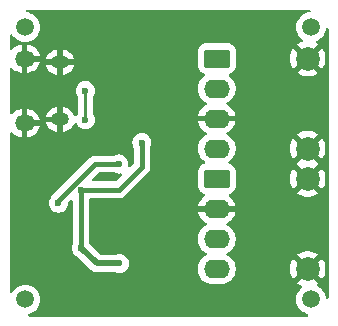
<source format=gbr>
%TF.GenerationSoftware,KiCad,Pcbnew,8.0.5*%
%TF.CreationDate,2025-10-24T23:35:39+02:00*%
%TF.ProjectId,U2O,55324f2e-6b69-4636-9164-5f7063625858,rev?*%
%TF.SameCoordinates,Original*%
%TF.FileFunction,Copper,L2,Bot*%
%TF.FilePolarity,Positive*%
%FSLAX46Y46*%
G04 Gerber Fmt 4.6, Leading zero omitted, Abs format (unit mm)*
G04 Created by KiCad (PCBNEW 8.0.5) date 2025-10-24 23:35:39*
%MOMM*%
%LPD*%
G01*
G04 APERTURE LIST*
G04 Aperture macros list*
%AMRoundRect*
0 Rectangle with rounded corners*
0 $1 Rounding radius*
0 $2 $3 $4 $5 $6 $7 $8 $9 X,Y pos of 4 corners*
0 Add a 4 corners polygon primitive as box body*
4,1,4,$2,$3,$4,$5,$6,$7,$8,$9,$2,$3,0*
0 Add four circle primitives for the rounded corners*
1,1,$1+$1,$2,$3*
1,1,$1+$1,$4,$5*
1,1,$1+$1,$6,$7*
1,1,$1+$1,$8,$9*
0 Add four rect primitives between the rounded corners*
20,1,$1+$1,$2,$3,$4,$5,0*
20,1,$1+$1,$4,$5,$6,$7,0*
20,1,$1+$1,$6,$7,$8,$9,0*
20,1,$1+$1,$8,$9,$2,$3,0*%
G04 Aperture macros list end*
%TA.AperFunction,ComponentPad*%
%ADD10O,1.700000X1.350000*%
%TD*%
%TA.AperFunction,ComponentPad*%
%ADD11O,1.500000X1.100000*%
%TD*%
%TA.AperFunction,ComponentPad*%
%ADD12RoundRect,0.249600X-0.850400X-0.550400X0.850400X-0.550400X0.850400X0.550400X-0.850400X0.550400X0*%
%TD*%
%TA.AperFunction,ComponentPad*%
%ADD13O,2.200000X1.600000*%
%TD*%
%TA.AperFunction,ComponentPad*%
%ADD14C,2.000000*%
%TD*%
%TA.AperFunction,ViaPad*%
%ADD15C,1.500000*%
%TD*%
%TA.AperFunction,ViaPad*%
%ADD16C,0.600000*%
%TD*%
%TA.AperFunction,Conductor*%
%ADD17C,0.400000*%
%TD*%
%TA.AperFunction,Conductor*%
%ADD18C,0.250000*%
%TD*%
%TA.AperFunction,Conductor*%
%ADD19C,0.500000*%
%TD*%
%TA.AperFunction,Conductor*%
%ADD20C,0.280000*%
%TD*%
G04 APERTURE END LIST*
D10*
%TO.P,J2,6,Shield*%
%TO.N,GND*%
X20005002Y-21000001D03*
D11*
X23004999Y-21310000D03*
X23004998Y-26150000D03*
D10*
X20005000Y-26460000D03*
%TD*%
D12*
%TO.P,J1,1,VCCT*%
%TO.N,Net-(J1-VCCT)*%
X36280000Y-20990000D03*
D13*
%TO.P,J1,2,NC*%
%TO.N,unconnected-(J1-NC-Pad2)*%
X36280000Y-23530000D03*
%TO.P,J1,3,VEET*%
%TO.N,GND*%
X36280000Y-26070000D03*
%TO.P,J1,4,Data_in*%
%TO.N,TXD*%
X36280000Y-28610000D03*
D14*
%TO.P,J1,5,HP*%
%TO.N,GND*%
X43980000Y-28610000D03*
%TO.P,J1,8,HP*%
X43980000Y-20990000D03*
%TD*%
D12*
%TO.P,J3,1,Data_Out*%
%TO.N,RXD*%
X36280000Y-31180000D03*
D13*
%TO.P,J3,2,VEER*%
%TO.N,GND*%
X36280000Y-33720000D03*
%TO.P,J3,3,VCCR*%
%TO.N,Net-(J3-VCCR)*%
X36280000Y-36260000D03*
%TO.P,J3,4,NC*%
%TO.N,unconnected-(J3-NC-Pad4)*%
X36280000Y-38800000D03*
D14*
%TO.P,J3,5,HP*%
%TO.N,GND*%
X43980000Y-38800000D03*
%TO.P,J3,8,HP*%
X43980000Y-31180000D03*
%TD*%
D15*
%TO.N,*%
X44260000Y-41390000D03*
X20060000Y-41390000D03*
X44260000Y-18330000D03*
X20060000Y-18330000D03*
D16*
%TO.N,GND*%
X40550000Y-24260000D03*
X19170000Y-32280000D03*
X31840000Y-29260000D03*
X20310000Y-38550000D03*
X27824998Y-27940000D03*
X25930000Y-36690000D03*
X29980000Y-19930000D03*
X27600000Y-23070000D03*
X25070000Y-28050000D03*
X40590000Y-37510000D03*
X31020000Y-30980000D03*
X19160000Y-37320000D03*
X27230000Y-31110000D03*
X25170000Y-39960000D03*
X33010000Y-21330000D03*
X26580000Y-41300000D03*
X31620000Y-27500000D03*
X30590000Y-36600000D03*
X28760000Y-24260000D03*
X33050000Y-26040000D03*
X31700000Y-19960000D03*
X26674999Y-33969998D03*
X33560000Y-39890000D03*
X29610000Y-32410000D03*
X21210000Y-29100000D03*
X24600000Y-27360000D03*
X30820000Y-33600000D03*
X28630000Y-21250000D03*
X19160000Y-33930000D03*
X27980000Y-36900000D03*
X27370000Y-28890000D03*
X32360000Y-36540000D03*
X32220000Y-41310000D03*
X27790000Y-39900000D03*
X30640000Y-41320000D03*
X20370000Y-30980000D03*
X21640000Y-28150000D03*
%TO.N,V_UNREG*%
X22879994Y-33229994D03*
X27990000Y-29920000D03*
%TO.N,VCC*%
X24795002Y-37015002D03*
X28035000Y-38345000D03*
X24795002Y-32090002D03*
X29935000Y-28110000D03*
%TO.N,D-*%
X25160000Y-23720000D03*
X25160000Y-26170000D03*
%TD*%
D17*
%TO.N,V_UNREG*%
X25975054Y-29920000D02*
X22879994Y-33015060D01*
D18*
X22879994Y-32900006D02*
X22879994Y-33229994D01*
D17*
X27990000Y-29920000D02*
X25975054Y-29920000D01*
X22879994Y-33015060D02*
X22879994Y-33229994D01*
%TO.N,VCC*%
X29935000Y-30190000D02*
X29935000Y-28110000D01*
X28034998Y-32090002D02*
X29935000Y-30190000D01*
X24795002Y-32090002D02*
X28034998Y-32090002D01*
X24795002Y-32090002D02*
X24795002Y-37015002D01*
D19*
X24795002Y-37015002D02*
X26125000Y-38345000D01*
X26125000Y-38345000D02*
X28035000Y-38345000D01*
D20*
%TO.N,D-*%
X25160000Y-23720000D02*
X25160000Y-26170000D01*
%TD*%
%TA.AperFunction,Conductor*%
%TO.N,GND*%
G36*
X27630477Y-30639506D02*
G01*
X27640474Y-30645787D01*
X27640475Y-30645787D01*
X27640478Y-30645789D01*
X27770490Y-30691282D01*
X27810745Y-30705368D01*
X27810750Y-30705369D01*
X27989996Y-30725565D01*
X27990000Y-30725565D01*
X27990003Y-30725565D01*
X28109810Y-30712066D01*
X28178632Y-30724120D01*
X28230012Y-30771470D01*
X28247636Y-30839080D01*
X28225909Y-30905486D01*
X28211375Y-30922967D01*
X27781160Y-31353183D01*
X27719837Y-31386668D01*
X27693479Y-31389502D01*
X25795571Y-31389502D01*
X25728532Y-31369817D01*
X25682777Y-31317013D01*
X25672833Y-31247855D01*
X25701858Y-31184299D01*
X25707890Y-31177821D01*
X26228892Y-30656819D01*
X26290215Y-30623334D01*
X26316573Y-30620500D01*
X27564506Y-30620500D01*
X27630477Y-30639506D01*
G37*
%TD.AperFunction*%
%TA.AperFunction,Conductor*%
G36*
X44164152Y-16860185D02*
G01*
X44209907Y-16912989D01*
X44219851Y-16982147D01*
X44190826Y-17045703D01*
X44132048Y-17083477D01*
X44107920Y-17088027D01*
X44042023Y-17093793D01*
X44042020Y-17093793D01*
X43830677Y-17150422D01*
X43830668Y-17150426D01*
X43632361Y-17242898D01*
X43632357Y-17242900D01*
X43453121Y-17368402D01*
X43298402Y-17523121D01*
X43172900Y-17702357D01*
X43172898Y-17702361D01*
X43080426Y-17900668D01*
X43080422Y-17900677D01*
X43023793Y-18112020D01*
X43023793Y-18112024D01*
X43004723Y-18329997D01*
X43004723Y-18330002D01*
X43023793Y-18547975D01*
X43023793Y-18547979D01*
X43080422Y-18759322D01*
X43080424Y-18759326D01*
X43080425Y-18759330D01*
X43126661Y-18858484D01*
X43172897Y-18957638D01*
X43172898Y-18957639D01*
X43298402Y-19136877D01*
X43453123Y-19291598D01*
X43534664Y-19348694D01*
X43578288Y-19403269D01*
X43585480Y-19472768D01*
X43553958Y-19535122D01*
X43503802Y-19567548D01*
X43375396Y-19611630D01*
X43375390Y-19611632D01*
X43156761Y-19729949D01*
X43109942Y-19766388D01*
X43109942Y-19766390D01*
X43768940Y-20425387D01*
X43748409Y-20430889D01*
X43611592Y-20509881D01*
X43499881Y-20621592D01*
X43420889Y-20758409D01*
X43415387Y-20778939D01*
X42756564Y-20120116D01*
X42656267Y-20273632D01*
X42556412Y-20501282D01*
X42495387Y-20742261D01*
X42495385Y-20742270D01*
X42474859Y-20989994D01*
X42474859Y-20990005D01*
X42495385Y-21237729D01*
X42495387Y-21237738D01*
X42556412Y-21478717D01*
X42656266Y-21706364D01*
X42756564Y-21859882D01*
X43415387Y-21201059D01*
X43420889Y-21221591D01*
X43499881Y-21358408D01*
X43611592Y-21470119D01*
X43748409Y-21549111D01*
X43768940Y-21554612D01*
X43109942Y-22213609D01*
X43156768Y-22250055D01*
X43156770Y-22250056D01*
X43375385Y-22368364D01*
X43375396Y-22368369D01*
X43610506Y-22449083D01*
X43855707Y-22490000D01*
X44104293Y-22490000D01*
X44349493Y-22449083D01*
X44584603Y-22368369D01*
X44584614Y-22368364D01*
X44803228Y-22250057D01*
X44803231Y-22250055D01*
X44850056Y-22213609D01*
X44191059Y-21554612D01*
X44211591Y-21549111D01*
X44348408Y-21470119D01*
X44460119Y-21358408D01*
X44539111Y-21221591D01*
X44544612Y-21201060D01*
X45203434Y-21859882D01*
X45303731Y-21706369D01*
X45403587Y-21478717D01*
X45464612Y-21237738D01*
X45464614Y-21237729D01*
X45485141Y-20990005D01*
X45485141Y-20989994D01*
X45464614Y-20742270D01*
X45464612Y-20742261D01*
X45403587Y-20501282D01*
X45303731Y-20273630D01*
X45203434Y-20120116D01*
X44544612Y-20778939D01*
X44539111Y-20758409D01*
X44460119Y-20621592D01*
X44348408Y-20509881D01*
X44211591Y-20430889D01*
X44191060Y-20425387D01*
X44850057Y-19766390D01*
X44850056Y-19766389D01*
X44803231Y-19729945D01*
X44748510Y-19700331D01*
X44698920Y-19651111D01*
X44683812Y-19582895D01*
X44707982Y-19517339D01*
X44755121Y-19478895D01*
X44887639Y-19417102D01*
X45066877Y-19291598D01*
X45221598Y-19136877D01*
X45347102Y-18957639D01*
X45439575Y-18759330D01*
X45496207Y-18547977D01*
X45501972Y-18482079D01*
X45527424Y-18417011D01*
X45584015Y-18376032D01*
X45653777Y-18372154D01*
X45714561Y-18406608D01*
X45747069Y-18468455D01*
X45749500Y-18492887D01*
X45749500Y-41227112D01*
X45729815Y-41294151D01*
X45677011Y-41339906D01*
X45607853Y-41349850D01*
X45544297Y-41320825D01*
X45506523Y-41262047D01*
X45501972Y-41237919D01*
X45501955Y-41237729D01*
X45496207Y-41172023D01*
X45439575Y-40960670D01*
X45347102Y-40762362D01*
X45347100Y-40762359D01*
X45347099Y-40762357D01*
X45221599Y-40583124D01*
X45221596Y-40583121D01*
X45066877Y-40428402D01*
X44887639Y-40302898D01*
X44823512Y-40272995D01*
X44771073Y-40226822D01*
X44751922Y-40159628D01*
X44772138Y-40092747D01*
X44799756Y-40062759D01*
X44850056Y-40023609D01*
X44191059Y-39364612D01*
X44211591Y-39359111D01*
X44348408Y-39280119D01*
X44460119Y-39168408D01*
X44539111Y-39031591D01*
X44544612Y-39011060D01*
X45203434Y-39669882D01*
X45303731Y-39516369D01*
X45403587Y-39288717D01*
X45464612Y-39047738D01*
X45464614Y-39047729D01*
X45485141Y-38800005D01*
X45485141Y-38799994D01*
X45464614Y-38552270D01*
X45464612Y-38552261D01*
X45403587Y-38311282D01*
X45303731Y-38083630D01*
X45203434Y-37930116D01*
X44544612Y-38588939D01*
X44539111Y-38568409D01*
X44460119Y-38431592D01*
X44348408Y-38319881D01*
X44211591Y-38240889D01*
X44191060Y-38235387D01*
X44850057Y-37576390D01*
X44850056Y-37576389D01*
X44803229Y-37539943D01*
X44584614Y-37421635D01*
X44584603Y-37421630D01*
X44349493Y-37340916D01*
X44104293Y-37300000D01*
X43855707Y-37300000D01*
X43610506Y-37340916D01*
X43375396Y-37421630D01*
X43375390Y-37421632D01*
X43156761Y-37539949D01*
X43109942Y-37576388D01*
X43109942Y-37576390D01*
X43768940Y-38235387D01*
X43748409Y-38240889D01*
X43611592Y-38319881D01*
X43499881Y-38431592D01*
X43420889Y-38568409D01*
X43415387Y-38588939D01*
X42756564Y-37930116D01*
X42656267Y-38083632D01*
X42556412Y-38311282D01*
X42495387Y-38552261D01*
X42495385Y-38552270D01*
X42474859Y-38799994D01*
X42474859Y-38800005D01*
X42495385Y-39047729D01*
X42495387Y-39047738D01*
X42556412Y-39288717D01*
X42656266Y-39516364D01*
X42756564Y-39669882D01*
X43415387Y-39011059D01*
X43420889Y-39031591D01*
X43499881Y-39168408D01*
X43611592Y-39280119D01*
X43748409Y-39359111D01*
X43768940Y-39364612D01*
X43109942Y-40023609D01*
X43156768Y-40060055D01*
X43156770Y-40060056D01*
X43375385Y-40178364D01*
X43375395Y-40178369D01*
X43436720Y-40199422D01*
X43493735Y-40239807D01*
X43519866Y-40304607D01*
X43506815Y-40373247D01*
X43467583Y-40418276D01*
X43453121Y-40428402D01*
X43298402Y-40583121D01*
X43172900Y-40762357D01*
X43172898Y-40762361D01*
X43080426Y-40960668D01*
X43080422Y-40960677D01*
X43023793Y-41172020D01*
X43023793Y-41172024D01*
X43004723Y-41389997D01*
X43004723Y-41390002D01*
X43023793Y-41607975D01*
X43023793Y-41607979D01*
X43080422Y-41819322D01*
X43080424Y-41819326D01*
X43080425Y-41819330D01*
X43126661Y-41918484D01*
X43172897Y-42017638D01*
X43172898Y-42017639D01*
X43298402Y-42196877D01*
X43453123Y-42351598D01*
X43632361Y-42477102D01*
X43830670Y-42569575D01*
X43830676Y-42569576D01*
X43830677Y-42569577D01*
X43928262Y-42595725D01*
X43987923Y-42632090D01*
X44018452Y-42694937D01*
X44010157Y-42764313D01*
X43965672Y-42818190D01*
X43899120Y-42839465D01*
X43896169Y-42839500D01*
X20423831Y-42839500D01*
X20356792Y-42819815D01*
X20311037Y-42767011D01*
X20301093Y-42697853D01*
X20330118Y-42634297D01*
X20388896Y-42596523D01*
X20391738Y-42595725D01*
X20452828Y-42579355D01*
X20489330Y-42569575D01*
X20687639Y-42477102D01*
X20866877Y-42351598D01*
X21021598Y-42196877D01*
X21147102Y-42017639D01*
X21239575Y-41819330D01*
X21296207Y-41607977D01*
X21315277Y-41390000D01*
X21296207Y-41172023D01*
X21239575Y-40960670D01*
X21147102Y-40762362D01*
X21147100Y-40762359D01*
X21147099Y-40762357D01*
X21021599Y-40583124D01*
X21021596Y-40583121D01*
X20866877Y-40428402D01*
X20687642Y-40302900D01*
X20687638Y-40302897D01*
X20588484Y-40256661D01*
X20489330Y-40210425D01*
X20489326Y-40210424D01*
X20489322Y-40210422D01*
X20277977Y-40153793D01*
X20060002Y-40134723D01*
X20059998Y-40134723D01*
X19914682Y-40147436D01*
X19842023Y-40153793D01*
X19842020Y-40153793D01*
X19630677Y-40210422D01*
X19630668Y-40210426D01*
X19432361Y-40302898D01*
X19432357Y-40302900D01*
X19253121Y-40428402D01*
X19098402Y-40583121D01*
X18976075Y-40757824D01*
X18921498Y-40801449D01*
X18852000Y-40808643D01*
X18789645Y-40777120D01*
X18754231Y-40716890D01*
X18750500Y-40686701D01*
X18750500Y-33229990D01*
X22074429Y-33229990D01*
X22074429Y-33229997D01*
X22094624Y-33409243D01*
X22094625Y-33409248D01*
X22154205Y-33579517D01*
X22250178Y-33732256D01*
X22377732Y-33859810D01*
X22530472Y-33955783D01*
X22700739Y-34015362D01*
X22700744Y-34015363D01*
X22879990Y-34035559D01*
X22879994Y-34035559D01*
X22879998Y-34035559D01*
X23059243Y-34015363D01*
X23059246Y-34015362D01*
X23059249Y-34015362D01*
X23229516Y-33955783D01*
X23382256Y-33859810D01*
X23509810Y-33732256D01*
X23605783Y-33579516D01*
X23665362Y-33409249D01*
X23684490Y-33239476D01*
X23711556Y-33175064D01*
X23720009Y-33165700D01*
X23882824Y-33002886D01*
X23944144Y-32969404D01*
X24013836Y-32974388D01*
X24069769Y-33016260D01*
X24094186Y-33081724D01*
X24094502Y-33090570D01*
X24094502Y-36589509D01*
X24075496Y-36655480D01*
X24069211Y-36665481D01*
X24009635Y-36835739D01*
X24009632Y-36835752D01*
X23989437Y-37014998D01*
X23989437Y-37015005D01*
X24009632Y-37194251D01*
X24009633Y-37194256D01*
X24069213Y-37364525D01*
X24133911Y-37467490D01*
X24165186Y-37517264D01*
X24292740Y-37644818D01*
X24404727Y-37715184D01*
X24445485Y-37740794D01*
X24451755Y-37743814D01*
X24450872Y-37745645D01*
X24486942Y-37768310D01*
X25542049Y-38823416D01*
X25597624Y-38878991D01*
X25646585Y-38927952D01*
X25769498Y-39010080D01*
X25769511Y-39010087D01*
X25906082Y-39066656D01*
X25906087Y-39066658D01*
X25906091Y-39066658D01*
X25906092Y-39066659D01*
X26051079Y-39095500D01*
X26051082Y-39095500D01*
X27735028Y-39095500D01*
X27775983Y-39102458D01*
X27855745Y-39130368D01*
X27855750Y-39130369D01*
X28034996Y-39150565D01*
X28035000Y-39150565D01*
X28035004Y-39150565D01*
X28214249Y-39130369D01*
X28214252Y-39130368D01*
X28214255Y-39130368D01*
X28384522Y-39070789D01*
X28537262Y-38974816D01*
X28664816Y-38847262D01*
X28760789Y-38694522D01*
X28820368Y-38524255D01*
X28840565Y-38345000D01*
X28835582Y-38300776D01*
X28820369Y-38165750D01*
X28820368Y-38165745D01*
X28760788Y-37995476D01*
X28664815Y-37842737D01*
X28537262Y-37715184D01*
X28384523Y-37619211D01*
X28214254Y-37559631D01*
X28214249Y-37559630D01*
X28035004Y-37539435D01*
X28034996Y-37539435D01*
X27855750Y-37559630D01*
X27855745Y-37559631D01*
X27775983Y-37587542D01*
X27735028Y-37594500D01*
X26487229Y-37594500D01*
X26420190Y-37574815D01*
X26399548Y-37558181D01*
X25548309Y-36706941D01*
X25525650Y-36670871D01*
X25523814Y-36671756D01*
X25520792Y-36665481D01*
X25514508Y-36655480D01*
X25495502Y-36589509D01*
X25495502Y-32914502D01*
X25515187Y-32847463D01*
X25567991Y-32801708D01*
X25619502Y-32790502D01*
X28103994Y-32790502D01*
X28195038Y-32772391D01*
X28239326Y-32763582D01*
X28324239Y-32728410D01*
X28366805Y-32710779D01*
X28366806Y-32710778D01*
X28366809Y-32710777D01*
X28481541Y-32634116D01*
X30479114Y-30636543D01*
X30555775Y-30521811D01*
X30608580Y-30394328D01*
X30625267Y-30310438D01*
X30635500Y-30258996D01*
X30635500Y-28535493D01*
X30654508Y-28469519D01*
X30660787Y-28459525D01*
X30660786Y-28459525D01*
X30660789Y-28459522D01*
X30720368Y-28289255D01*
X30724065Y-28256447D01*
X30740565Y-28110003D01*
X30740565Y-28109996D01*
X30720369Y-27930750D01*
X30720368Y-27930745D01*
X30707381Y-27893630D01*
X30660789Y-27760478D01*
X30564816Y-27607738D01*
X30437262Y-27480184D01*
X30284523Y-27384211D01*
X30114254Y-27324631D01*
X30114249Y-27324630D01*
X29935004Y-27304435D01*
X29934996Y-27304435D01*
X29755750Y-27324630D01*
X29755745Y-27324631D01*
X29585476Y-27384211D01*
X29432737Y-27480184D01*
X29305184Y-27607737D01*
X29209211Y-27760476D01*
X29149631Y-27930745D01*
X29149630Y-27930750D01*
X29129435Y-28109996D01*
X29129435Y-28110003D01*
X29149630Y-28289249D01*
X29149631Y-28289254D01*
X29209212Y-28459525D01*
X29215492Y-28469519D01*
X29234500Y-28535493D01*
X29234500Y-29848481D01*
X29214815Y-29915520D01*
X29198181Y-29936162D01*
X28992967Y-30141375D01*
X28931644Y-30174860D01*
X28861952Y-30169876D01*
X28806019Y-30128004D01*
X28781602Y-30062540D01*
X28782066Y-30039810D01*
X28795565Y-29920002D01*
X28795565Y-29919996D01*
X28775369Y-29740750D01*
X28775368Y-29740745D01*
X28715788Y-29570476D01*
X28658864Y-29479882D01*
X28619816Y-29417738D01*
X28492262Y-29290184D01*
X28422614Y-29246421D01*
X28339523Y-29194211D01*
X28169254Y-29134631D01*
X28169249Y-29134630D01*
X27990004Y-29114435D01*
X27989996Y-29114435D01*
X27810750Y-29134630D01*
X27810745Y-29134631D01*
X27640474Y-29194212D01*
X27630477Y-29200494D01*
X27564506Y-29219500D01*
X25906058Y-29219500D01*
X25770731Y-29246418D01*
X25770721Y-29246421D01*
X25643246Y-29299222D01*
X25528508Y-29375887D01*
X22516983Y-32387412D01*
X22498197Y-32402830D01*
X22481267Y-32414142D01*
X22481258Y-32414150D01*
X22394138Y-32501270D01*
X22394130Y-32501279D01*
X22382818Y-32518209D01*
X22367401Y-32536994D01*
X22335885Y-32568510D01*
X22335881Y-32568515D01*
X22259222Y-32683242D01*
X22259219Y-32683249D01*
X22226641Y-32761897D01*
X22217074Y-32780414D01*
X22154203Y-32880473D01*
X22094627Y-33050731D01*
X22094624Y-33050744D01*
X22074429Y-33229990D01*
X18750500Y-33229990D01*
X18750500Y-27341563D01*
X18770185Y-27274524D01*
X18822989Y-27228769D01*
X18892147Y-27218825D01*
X18955703Y-27247850D01*
X18962181Y-27253882D01*
X19064540Y-27356241D01*
X19064545Y-27356245D01*
X19214162Y-27464947D01*
X19378956Y-27548915D01*
X19378959Y-27548916D01*
X19554852Y-27606066D01*
X19737527Y-27635000D01*
X19755000Y-27635000D01*
X19755000Y-26810000D01*
X20255000Y-26810000D01*
X20255000Y-27635000D01*
X20272473Y-27635000D01*
X20455147Y-27606066D01*
X20631040Y-27548916D01*
X20631043Y-27548915D01*
X20795837Y-27464947D01*
X20945454Y-27356245D01*
X20945459Y-27356241D01*
X21076241Y-27225459D01*
X21076245Y-27225454D01*
X21184947Y-27075837D01*
X21268915Y-26911043D01*
X21268917Y-26911037D01*
X21326067Y-26735144D01*
X21330049Y-26710000D01*
X20499975Y-26710000D01*
X20535070Y-26674905D01*
X20581148Y-26595095D01*
X20605000Y-26506078D01*
X20605000Y-26413922D01*
X20581148Y-26324905D01*
X20535070Y-26245095D01*
X20499975Y-26210000D01*
X21330050Y-26210000D01*
X21330049Y-26209999D01*
X21326067Y-26184855D01*
X21268917Y-26008962D01*
X21268915Y-26008956D01*
X21213398Y-25900000D01*
X21784155Y-25900000D01*
X22595380Y-25900000D01*
X22544934Y-25950446D01*
X22502147Y-26024555D01*
X22479998Y-26107213D01*
X22479998Y-26192787D01*
X22502147Y-26275445D01*
X22544934Y-26349554D01*
X22595380Y-26400000D01*
X21784155Y-26400000D01*
X21795348Y-26456274D01*
X21795349Y-26456276D01*
X21874498Y-26647358D01*
X21874503Y-26647368D01*
X21989408Y-26819335D01*
X21989411Y-26819339D01*
X22135658Y-26965586D01*
X22135662Y-26965589D01*
X22307629Y-27080494D01*
X22307639Y-27080499D01*
X22498723Y-27159649D01*
X22498731Y-27159651D01*
X22701577Y-27199999D01*
X22701581Y-27200000D01*
X22754998Y-27200000D01*
X22754998Y-26473067D01*
X22762211Y-26475000D01*
X23247785Y-26475000D01*
X23254998Y-26473067D01*
X23254998Y-27200000D01*
X23308415Y-27200000D01*
X23308418Y-27199999D01*
X23511264Y-27159651D01*
X23511272Y-27159649D01*
X23702356Y-27080499D01*
X23702366Y-27080494D01*
X23874333Y-26965589D01*
X23874337Y-26965586D01*
X24020584Y-26819339D01*
X24020587Y-26819335D01*
X24135492Y-26647368D01*
X24135497Y-26647359D01*
X24197357Y-26498017D01*
X24241198Y-26443614D01*
X24307492Y-26421549D01*
X24375192Y-26438828D01*
X24422802Y-26489966D01*
X24428960Y-26504516D01*
X24434210Y-26519521D01*
X24453436Y-26550119D01*
X24530184Y-26672262D01*
X24657738Y-26799816D01*
X24810478Y-26895789D01*
X24980745Y-26955368D01*
X24980750Y-26955369D01*
X25159996Y-26975565D01*
X25160000Y-26975565D01*
X25160004Y-26975565D01*
X25339249Y-26955369D01*
X25339252Y-26955368D01*
X25339255Y-26955368D01*
X25509522Y-26895789D01*
X25662262Y-26799816D01*
X25789816Y-26672262D01*
X25885789Y-26519522D01*
X25945368Y-26349255D01*
X25948112Y-26324905D01*
X25965565Y-26170003D01*
X25965565Y-26169996D01*
X25945369Y-25990750D01*
X25945366Y-25990737D01*
X25885790Y-25820481D01*
X25885789Y-25820478D01*
X25851298Y-25765586D01*
X25819506Y-25714988D01*
X25800500Y-25649016D01*
X25800500Y-24240982D01*
X25819507Y-24175009D01*
X25885788Y-24069524D01*
X25899890Y-24029223D01*
X25945368Y-23899255D01*
X25945369Y-23899249D01*
X25965565Y-23720003D01*
X25965565Y-23719996D01*
X25945369Y-23540750D01*
X25945368Y-23540745D01*
X25885789Y-23370478D01*
X25789816Y-23217738D01*
X25662262Y-23090184D01*
X25567715Y-23030776D01*
X25509523Y-22994211D01*
X25339254Y-22934631D01*
X25339249Y-22934630D01*
X25160004Y-22914435D01*
X25159996Y-22914435D01*
X24980750Y-22934630D01*
X24980745Y-22934631D01*
X24810476Y-22994211D01*
X24657737Y-23090184D01*
X24530184Y-23217737D01*
X24434211Y-23370476D01*
X24374631Y-23540745D01*
X24374630Y-23540750D01*
X24354435Y-23719996D01*
X24354435Y-23720003D01*
X24374630Y-23899249D01*
X24374631Y-23899254D01*
X24434211Y-24069524D01*
X24500493Y-24175009D01*
X24519500Y-24240982D01*
X24519500Y-25649016D01*
X24500494Y-25714988D01*
X24434208Y-25820481D01*
X24431229Y-25826668D01*
X24384405Y-25878526D01*
X24316977Y-25896836D01*
X24250354Y-25875786D01*
X24205687Y-25822058D01*
X24204950Y-25820315D01*
X24135497Y-25652640D01*
X24135492Y-25652631D01*
X24020587Y-25480664D01*
X24020584Y-25480660D01*
X23874337Y-25334413D01*
X23874333Y-25334410D01*
X23702366Y-25219505D01*
X23702356Y-25219500D01*
X23511272Y-25140350D01*
X23511264Y-25140348D01*
X23308418Y-25100000D01*
X23254998Y-25100000D01*
X23254998Y-25826932D01*
X23247785Y-25825000D01*
X22762211Y-25825000D01*
X22754998Y-25826932D01*
X22754998Y-25100000D01*
X22701577Y-25100000D01*
X22498731Y-25140348D01*
X22498723Y-25140350D01*
X22307639Y-25219500D01*
X22307629Y-25219505D01*
X22135662Y-25334410D01*
X22135658Y-25334413D01*
X21989411Y-25480660D01*
X21989408Y-25480664D01*
X21874503Y-25652631D01*
X21874498Y-25652641D01*
X21795349Y-25843723D01*
X21795348Y-25843725D01*
X21784155Y-25900000D01*
X21213398Y-25900000D01*
X21184947Y-25844162D01*
X21076245Y-25694545D01*
X21076241Y-25694540D01*
X20945459Y-25563758D01*
X20945454Y-25563754D01*
X20795837Y-25455052D01*
X20631043Y-25371084D01*
X20631040Y-25371083D01*
X20455147Y-25313933D01*
X20272473Y-25285000D01*
X20255000Y-25285000D01*
X20255000Y-26110000D01*
X19755000Y-26110000D01*
X19755000Y-25285000D01*
X19737527Y-25285000D01*
X19554852Y-25313933D01*
X19378959Y-25371083D01*
X19378956Y-25371084D01*
X19214162Y-25455052D01*
X19064545Y-25563754D01*
X19064540Y-25563758D01*
X18962181Y-25666118D01*
X18900858Y-25699603D01*
X18831166Y-25694619D01*
X18775233Y-25652747D01*
X18750816Y-25587283D01*
X18750500Y-25578437D01*
X18750500Y-21881562D01*
X18770185Y-21814523D01*
X18822989Y-21768768D01*
X18892147Y-21758824D01*
X18955703Y-21787849D01*
X18962181Y-21793881D01*
X19064542Y-21896242D01*
X19064547Y-21896246D01*
X19214164Y-22004948D01*
X19378958Y-22088916D01*
X19378961Y-22088917D01*
X19554854Y-22146067D01*
X19737529Y-22175001D01*
X19755002Y-22175001D01*
X19755002Y-21350001D01*
X20255002Y-21350001D01*
X20255002Y-22175001D01*
X20272475Y-22175001D01*
X20455149Y-22146067D01*
X20631042Y-22088917D01*
X20631045Y-22088916D01*
X20795839Y-22004948D01*
X20945456Y-21896246D01*
X20945461Y-21896242D01*
X21076243Y-21765460D01*
X21076247Y-21765455D01*
X21184949Y-21615838D01*
X21268917Y-21451044D01*
X21268919Y-21451038D01*
X21326069Y-21275145D01*
X21330051Y-21250001D01*
X20499977Y-21250001D01*
X20535072Y-21214906D01*
X20581150Y-21135096D01*
X20601272Y-21060000D01*
X21784156Y-21060000D01*
X22595381Y-21060000D01*
X22544935Y-21110446D01*
X22502148Y-21184555D01*
X22479999Y-21267213D01*
X22479999Y-21352787D01*
X22502148Y-21435445D01*
X22544935Y-21509554D01*
X22595381Y-21560000D01*
X21784156Y-21560000D01*
X21795349Y-21616274D01*
X21795350Y-21616276D01*
X21874499Y-21807358D01*
X21874504Y-21807368D01*
X21989409Y-21979335D01*
X21989412Y-21979339D01*
X22135659Y-22125586D01*
X22135663Y-22125589D01*
X22307630Y-22240494D01*
X22307640Y-22240499D01*
X22498724Y-22319649D01*
X22498732Y-22319651D01*
X22701578Y-22359999D01*
X22701582Y-22360000D01*
X22754999Y-22360000D01*
X22754999Y-21633067D01*
X22762212Y-21635000D01*
X23247786Y-21635000D01*
X23254999Y-21633067D01*
X23254999Y-22360000D01*
X23308416Y-22360000D01*
X23308419Y-22359999D01*
X23511265Y-22319651D01*
X23511273Y-22319649D01*
X23702357Y-22240499D01*
X23702367Y-22240494D01*
X23874334Y-22125589D01*
X23874338Y-22125586D01*
X24020585Y-21979339D01*
X24020588Y-21979335D01*
X24135493Y-21807368D01*
X24135498Y-21807358D01*
X24214647Y-21616276D01*
X24214648Y-21616274D01*
X24225842Y-21560000D01*
X23414617Y-21560000D01*
X23465063Y-21509554D01*
X23507850Y-21435445D01*
X23529999Y-21352787D01*
X23529999Y-21267213D01*
X23507850Y-21184555D01*
X23465063Y-21110446D01*
X23414617Y-21060000D01*
X24225842Y-21060000D01*
X24214648Y-21003725D01*
X24214647Y-21003723D01*
X24135498Y-20812641D01*
X24135493Y-20812631D01*
X24020588Y-20640664D01*
X24020585Y-20640660D01*
X23874338Y-20494413D01*
X23874334Y-20494410D01*
X23717495Y-20389613D01*
X34679500Y-20389613D01*
X34679500Y-21590371D01*
X34679501Y-21590387D01*
X34689996Y-21693117D01*
X34745150Y-21859561D01*
X34745155Y-21859572D01*
X34837202Y-22008802D01*
X34837205Y-22008806D01*
X34961193Y-22132794D01*
X34961197Y-22132797D01*
X35110427Y-22224844D01*
X35110430Y-22224845D01*
X35110436Y-22224849D01*
X35192466Y-22252030D01*
X35249910Y-22291802D01*
X35276733Y-22356318D01*
X35264418Y-22425094D01*
X35226346Y-22470054D01*
X35132787Y-22538028D01*
X35132782Y-22538032D01*
X34988028Y-22682786D01*
X34867715Y-22848386D01*
X34774781Y-23030776D01*
X34711522Y-23225465D01*
X34679500Y-23427648D01*
X34679500Y-23632351D01*
X34711522Y-23834534D01*
X34774781Y-24029223D01*
X34795315Y-24069522D01*
X34864476Y-24205258D01*
X34867715Y-24211613D01*
X34988028Y-24377213D01*
X35132786Y-24521971D01*
X35287749Y-24634556D01*
X35298390Y-24642287D01*
X35370424Y-24678990D01*
X35391629Y-24689795D01*
X35442425Y-24737770D01*
X35459220Y-24805591D01*
X35436682Y-24871726D01*
X35391629Y-24910765D01*
X35298650Y-24958140D01*
X35133105Y-25078417D01*
X35133104Y-25078417D01*
X34988417Y-25223104D01*
X34988417Y-25223105D01*
X34868140Y-25388650D01*
X34775244Y-25570970D01*
X34712009Y-25765586D01*
X34703391Y-25820000D01*
X35731518Y-25820000D01*
X35720889Y-25838409D01*
X35680000Y-25991009D01*
X35680000Y-26148991D01*
X35720889Y-26301591D01*
X35731518Y-26320000D01*
X34703391Y-26320000D01*
X34712009Y-26374413D01*
X34775244Y-26569029D01*
X34868140Y-26751349D01*
X34988417Y-26916894D01*
X34988417Y-26916895D01*
X35133104Y-27061582D01*
X35298652Y-27181861D01*
X35391628Y-27229234D01*
X35442425Y-27277208D01*
X35459220Y-27345029D01*
X35436683Y-27411164D01*
X35391630Y-27450203D01*
X35298388Y-27497713D01*
X35132786Y-27618028D01*
X34988028Y-27762786D01*
X34867715Y-27928386D01*
X34774781Y-28110776D01*
X34711522Y-28305465D01*
X34679500Y-28507648D01*
X34679500Y-28712351D01*
X34711522Y-28914534D01*
X34774781Y-29109223D01*
X34830971Y-29219500D01*
X34866986Y-29290184D01*
X34867715Y-29291613D01*
X34988028Y-29457213D01*
X34988034Y-29457219D01*
X35132781Y-29601966D01*
X35254704Y-29690548D01*
X35297370Y-29745877D01*
X35303349Y-29815490D01*
X35270744Y-29877286D01*
X35220824Y-29908572D01*
X35110436Y-29945151D01*
X35110427Y-29945155D01*
X34961197Y-30037202D01*
X34961193Y-30037205D01*
X34837205Y-30161193D01*
X34837202Y-30161197D01*
X34745155Y-30310427D01*
X34745150Y-30310438D01*
X34689995Y-30476887D01*
X34679500Y-30579613D01*
X34679500Y-31780371D01*
X34679501Y-31780387D01*
X34689996Y-31883117D01*
X34745150Y-32049561D01*
X34745155Y-32049572D01*
X34837202Y-32198802D01*
X34837205Y-32198806D01*
X34961193Y-32322794D01*
X34961197Y-32322797D01*
X35110427Y-32414844D01*
X35110430Y-32414845D01*
X35110436Y-32414849D01*
X35193049Y-32442224D01*
X35250493Y-32481995D01*
X35277317Y-32546510D01*
X35265002Y-32615286D01*
X35226931Y-32660246D01*
X35133113Y-32728410D01*
X35133104Y-32728417D01*
X34988417Y-32873104D01*
X34988417Y-32873105D01*
X34868140Y-33038650D01*
X34775244Y-33220970D01*
X34712009Y-33415586D01*
X34703391Y-33470000D01*
X35731518Y-33470000D01*
X35720889Y-33488409D01*
X35680000Y-33641009D01*
X35680000Y-33798991D01*
X35720889Y-33951591D01*
X35731518Y-33970000D01*
X34703391Y-33970000D01*
X34712009Y-34024413D01*
X34775244Y-34219029D01*
X34868140Y-34401349D01*
X34988417Y-34566894D01*
X34988417Y-34566895D01*
X35133104Y-34711582D01*
X35298652Y-34831861D01*
X35391628Y-34879234D01*
X35442425Y-34927208D01*
X35459220Y-34995029D01*
X35436683Y-35061164D01*
X35391630Y-35100203D01*
X35298388Y-35147713D01*
X35132786Y-35268028D01*
X34988028Y-35412786D01*
X34867715Y-35578386D01*
X34774781Y-35760776D01*
X34711522Y-35955465D01*
X34679500Y-36157648D01*
X34679500Y-36362351D01*
X34711522Y-36564534D01*
X34774781Y-36759223D01*
X34867715Y-36941613D01*
X34988028Y-37107213D01*
X35132786Y-37251971D01*
X35255211Y-37340916D01*
X35298390Y-37372287D01*
X35389840Y-37418883D01*
X35391080Y-37419515D01*
X35441876Y-37467490D01*
X35458671Y-37535311D01*
X35436134Y-37601446D01*
X35391080Y-37640485D01*
X35298386Y-37687715D01*
X35132786Y-37808028D01*
X34988028Y-37952786D01*
X34867715Y-38118386D01*
X34774781Y-38300776D01*
X34711522Y-38495465D01*
X34679500Y-38697648D01*
X34679500Y-38902351D01*
X34711522Y-39104534D01*
X34774781Y-39299223D01*
X34867715Y-39481613D01*
X34988028Y-39647213D01*
X35132786Y-39791971D01*
X35287749Y-39904556D01*
X35298390Y-39912287D01*
X35414607Y-39971503D01*
X35480776Y-40005218D01*
X35480778Y-40005218D01*
X35480781Y-40005220D01*
X35537377Y-40023609D01*
X35675465Y-40068477D01*
X35776557Y-40084488D01*
X35877648Y-40100500D01*
X35877649Y-40100500D01*
X36682351Y-40100500D01*
X36682352Y-40100500D01*
X36884534Y-40068477D01*
X37079219Y-40005220D01*
X37261610Y-39912287D01*
X37354590Y-39844732D01*
X37427213Y-39791971D01*
X37427215Y-39791968D01*
X37427219Y-39791966D01*
X37571966Y-39647219D01*
X37571968Y-39647215D01*
X37571971Y-39647213D01*
X37667033Y-39516369D01*
X37692287Y-39481610D01*
X37785220Y-39299219D01*
X37848477Y-39104534D01*
X37880500Y-38902352D01*
X37880500Y-38697648D01*
X37848477Y-38495466D01*
X37785220Y-38300781D01*
X37785218Y-38300778D01*
X37785218Y-38300776D01*
X37716418Y-38165750D01*
X37692287Y-38118390D01*
X37667033Y-38083630D01*
X37571971Y-37952786D01*
X37427213Y-37808028D01*
X37261614Y-37687715D01*
X37255006Y-37684348D01*
X37168917Y-37640483D01*
X37118123Y-37592511D01*
X37101328Y-37524690D01*
X37123865Y-37458555D01*
X37168917Y-37419516D01*
X37261610Y-37372287D01*
X37304789Y-37340916D01*
X37427213Y-37251971D01*
X37427215Y-37251968D01*
X37427219Y-37251966D01*
X37571966Y-37107219D01*
X37571968Y-37107215D01*
X37571971Y-37107213D01*
X37638968Y-37014998D01*
X37692287Y-36941610D01*
X37785220Y-36759219D01*
X37848477Y-36564534D01*
X37880500Y-36362352D01*
X37880500Y-36157648D01*
X37848477Y-35955466D01*
X37785220Y-35760781D01*
X37785218Y-35760778D01*
X37785218Y-35760776D01*
X37751503Y-35694607D01*
X37692287Y-35578390D01*
X37684556Y-35567749D01*
X37571971Y-35412786D01*
X37427213Y-35268028D01*
X37261611Y-35147713D01*
X37168369Y-35100203D01*
X37117574Y-35052229D01*
X37100779Y-34984407D01*
X37123317Y-34918273D01*
X37168371Y-34879234D01*
X37261347Y-34831861D01*
X37426894Y-34711582D01*
X37426895Y-34711582D01*
X37571582Y-34566895D01*
X37571582Y-34566894D01*
X37691859Y-34401349D01*
X37784755Y-34219029D01*
X37847990Y-34024413D01*
X37856609Y-33970000D01*
X36828482Y-33970000D01*
X36839111Y-33951591D01*
X36880000Y-33798991D01*
X36880000Y-33641009D01*
X36839111Y-33488409D01*
X36828482Y-33470000D01*
X37856609Y-33470000D01*
X37847990Y-33415586D01*
X37784755Y-33220970D01*
X37691859Y-33038650D01*
X37571582Y-32873105D01*
X37571582Y-32873104D01*
X37426894Y-32728416D01*
X37333068Y-32660247D01*
X37290403Y-32604917D01*
X37284424Y-32535303D01*
X37317030Y-32473508D01*
X37366947Y-32442225D01*
X37449564Y-32414849D01*
X37598806Y-32322795D01*
X37722795Y-32198806D01*
X37814849Y-32049564D01*
X37870004Y-31883116D01*
X37880500Y-31780379D01*
X37880499Y-30579622D01*
X37870004Y-30476884D01*
X37814849Y-30310436D01*
X37814845Y-30310430D01*
X37814844Y-30310427D01*
X37722797Y-30161197D01*
X37722794Y-30161193D01*
X37598806Y-30037205D01*
X37598802Y-30037202D01*
X37449572Y-29945155D01*
X37449566Y-29945152D01*
X37449564Y-29945151D01*
X37373651Y-29919996D01*
X37339176Y-29908572D01*
X37281731Y-29868799D01*
X37254908Y-29804283D01*
X37267223Y-29735507D01*
X37305294Y-29690548D01*
X37427219Y-29601966D01*
X37571966Y-29457219D01*
X37571968Y-29457215D01*
X37571971Y-29457213D01*
X37667033Y-29326369D01*
X37692287Y-29291610D01*
X37785220Y-29109219D01*
X37848477Y-28914534D01*
X37880500Y-28712352D01*
X37880500Y-28609994D01*
X42474859Y-28609994D01*
X42474859Y-28610005D01*
X42495385Y-28857729D01*
X42495387Y-28857738D01*
X42556412Y-29098717D01*
X42656266Y-29326364D01*
X42756564Y-29479882D01*
X43415387Y-28821059D01*
X43420889Y-28841591D01*
X43499881Y-28978408D01*
X43611592Y-29090119D01*
X43748409Y-29169111D01*
X43768940Y-29174612D01*
X43109942Y-29833609D01*
X43113277Y-29887323D01*
X43113277Y-29902692D01*
X43109942Y-29956390D01*
X43768940Y-30615387D01*
X43748409Y-30620889D01*
X43611592Y-30699881D01*
X43499881Y-30811592D01*
X43420889Y-30948409D01*
X43415387Y-30968939D01*
X42756564Y-30310116D01*
X42656267Y-30463632D01*
X42556412Y-30691282D01*
X42495387Y-30932261D01*
X42495385Y-30932270D01*
X42474859Y-31179994D01*
X42474859Y-31180005D01*
X42495385Y-31427729D01*
X42495387Y-31427738D01*
X42556412Y-31668717D01*
X42656266Y-31896364D01*
X42756564Y-32049882D01*
X43415387Y-31391059D01*
X43420889Y-31411591D01*
X43499881Y-31548408D01*
X43611592Y-31660119D01*
X43748409Y-31739111D01*
X43768940Y-31744612D01*
X43109942Y-32403609D01*
X43156768Y-32440055D01*
X43156770Y-32440056D01*
X43375385Y-32558364D01*
X43375396Y-32558369D01*
X43610506Y-32639083D01*
X43855707Y-32680000D01*
X44104293Y-32680000D01*
X44349493Y-32639083D01*
X44584603Y-32558369D01*
X44584614Y-32558364D01*
X44803228Y-32440057D01*
X44803231Y-32440055D01*
X44850056Y-32403609D01*
X44191059Y-31744612D01*
X44211591Y-31739111D01*
X44348408Y-31660119D01*
X44460119Y-31548408D01*
X44539111Y-31411591D01*
X44544612Y-31391060D01*
X45203434Y-32049882D01*
X45303731Y-31896369D01*
X45403587Y-31668717D01*
X45464612Y-31427738D01*
X45464614Y-31427729D01*
X45485141Y-31180005D01*
X45485141Y-31179994D01*
X45464614Y-30932270D01*
X45464612Y-30932261D01*
X45403587Y-30691282D01*
X45303731Y-30463630D01*
X45203434Y-30310116D01*
X44544612Y-30968939D01*
X44539111Y-30948409D01*
X44460119Y-30811592D01*
X44348408Y-30699881D01*
X44211591Y-30620889D01*
X44191059Y-30615387D01*
X44850056Y-29956390D01*
X44846722Y-29902683D01*
X44846722Y-29887314D01*
X44850056Y-29833609D01*
X44191059Y-29174612D01*
X44211591Y-29169111D01*
X44348408Y-29090119D01*
X44460119Y-28978408D01*
X44539111Y-28841591D01*
X44544612Y-28821060D01*
X45203434Y-29479882D01*
X45303731Y-29326369D01*
X45403587Y-29098717D01*
X45464612Y-28857738D01*
X45464614Y-28857729D01*
X45485141Y-28610005D01*
X45485141Y-28609994D01*
X45464614Y-28362270D01*
X45464612Y-28362261D01*
X45403587Y-28121282D01*
X45303731Y-27893630D01*
X45203434Y-27740116D01*
X44544612Y-28398939D01*
X44539111Y-28378409D01*
X44460119Y-28241592D01*
X44348408Y-28129881D01*
X44211591Y-28050889D01*
X44191060Y-28045387D01*
X44850057Y-27386390D01*
X44850056Y-27386389D01*
X44803229Y-27349943D01*
X44584614Y-27231635D01*
X44584603Y-27231630D01*
X44349493Y-27150916D01*
X44104293Y-27110000D01*
X43855707Y-27110000D01*
X43610506Y-27150916D01*
X43375396Y-27231630D01*
X43375390Y-27231632D01*
X43156761Y-27349949D01*
X43109942Y-27386388D01*
X43109942Y-27386390D01*
X43768940Y-28045387D01*
X43748409Y-28050889D01*
X43611592Y-28129881D01*
X43499881Y-28241592D01*
X43420889Y-28378409D01*
X43415387Y-28398939D01*
X42756564Y-27740116D01*
X42656267Y-27893632D01*
X42556412Y-28121282D01*
X42495387Y-28362261D01*
X42495385Y-28362270D01*
X42474859Y-28609994D01*
X37880500Y-28609994D01*
X37880500Y-28507648D01*
X37872878Y-28459525D01*
X37848477Y-28305465D01*
X37785218Y-28110776D01*
X37693489Y-27930750D01*
X37692287Y-27928390D01*
X37667033Y-27893630D01*
X37571971Y-27762786D01*
X37427213Y-27618028D01*
X37261611Y-27497713D01*
X37168369Y-27450203D01*
X37117574Y-27402229D01*
X37100779Y-27334407D01*
X37123317Y-27268273D01*
X37168371Y-27229234D01*
X37261347Y-27181861D01*
X37426894Y-27061582D01*
X37426895Y-27061582D01*
X37571582Y-26916895D01*
X37571582Y-26916894D01*
X37691859Y-26751349D01*
X37784755Y-26569029D01*
X37847990Y-26374413D01*
X37856609Y-26320000D01*
X36828482Y-26320000D01*
X36839111Y-26301591D01*
X36880000Y-26148991D01*
X36880000Y-25991009D01*
X36839111Y-25838409D01*
X36828482Y-25820000D01*
X37856609Y-25820000D01*
X37847990Y-25765586D01*
X37784755Y-25570970D01*
X37691859Y-25388650D01*
X37571582Y-25223105D01*
X37571582Y-25223104D01*
X37426895Y-25078417D01*
X37261349Y-24958140D01*
X37168370Y-24910765D01*
X37117574Y-24862790D01*
X37100779Y-24794969D01*
X37123316Y-24728835D01*
X37168370Y-24689795D01*
X37261610Y-24642287D01*
X37282770Y-24626913D01*
X37427213Y-24521971D01*
X37427215Y-24521968D01*
X37427219Y-24521966D01*
X37571966Y-24377219D01*
X37571968Y-24377215D01*
X37571971Y-24377213D01*
X37670947Y-24240982D01*
X37692287Y-24211610D01*
X37785220Y-24029219D01*
X37848477Y-23834534D01*
X37880500Y-23632352D01*
X37880500Y-23427648D01*
X37848477Y-23225466D01*
X37785220Y-23030781D01*
X37785218Y-23030778D01*
X37785218Y-23030776D01*
X37751503Y-22964607D01*
X37692287Y-22848390D01*
X37684556Y-22837749D01*
X37571971Y-22682786D01*
X37427213Y-22538028D01*
X37333653Y-22470054D01*
X37290987Y-22414725D01*
X37285008Y-22345111D01*
X37317613Y-22283316D01*
X37367533Y-22252031D01*
X37449564Y-22224849D01*
X37598806Y-22132795D01*
X37722795Y-22008806D01*
X37814849Y-21859564D01*
X37870004Y-21693116D01*
X37880500Y-21590379D01*
X37880499Y-20389622D01*
X37870004Y-20286884D01*
X37814849Y-20120436D01*
X37814845Y-20120430D01*
X37814844Y-20120427D01*
X37722797Y-19971197D01*
X37722794Y-19971193D01*
X37598806Y-19847205D01*
X37598802Y-19847202D01*
X37449572Y-19755155D01*
X37449566Y-19755152D01*
X37449564Y-19755151D01*
X37283116Y-19699996D01*
X37283113Y-19699995D01*
X37283114Y-19699995D01*
X37180380Y-19689500D01*
X35379628Y-19689500D01*
X35379612Y-19689501D01*
X35276882Y-19699996D01*
X35110438Y-19755150D01*
X35110427Y-19755155D01*
X34961197Y-19847202D01*
X34961193Y-19847205D01*
X34837205Y-19971193D01*
X34837202Y-19971197D01*
X34745155Y-20120427D01*
X34745150Y-20120438D01*
X34689995Y-20286887D01*
X34679500Y-20389613D01*
X23717495Y-20389613D01*
X23702367Y-20379505D01*
X23702357Y-20379500D01*
X23511273Y-20300350D01*
X23511265Y-20300348D01*
X23308419Y-20260000D01*
X23254999Y-20260000D01*
X23254999Y-20986932D01*
X23247786Y-20985000D01*
X22762212Y-20985000D01*
X22754999Y-20986932D01*
X22754999Y-20260000D01*
X22701578Y-20260000D01*
X22498732Y-20300348D01*
X22498724Y-20300350D01*
X22307640Y-20379500D01*
X22307630Y-20379505D01*
X22135663Y-20494410D01*
X22135659Y-20494413D01*
X21989412Y-20640660D01*
X21989409Y-20640664D01*
X21874504Y-20812631D01*
X21874499Y-20812641D01*
X21795350Y-21003723D01*
X21795349Y-21003725D01*
X21784156Y-21060000D01*
X20601272Y-21060000D01*
X20605002Y-21046079D01*
X20605002Y-20953923D01*
X20581150Y-20864906D01*
X20535072Y-20785096D01*
X20499977Y-20750001D01*
X21330052Y-20750001D01*
X21330051Y-20750000D01*
X21326069Y-20724856D01*
X21268919Y-20548963D01*
X21268917Y-20548957D01*
X21184949Y-20384163D01*
X21076247Y-20234546D01*
X21076243Y-20234541D01*
X20945461Y-20103759D01*
X20945456Y-20103755D01*
X20795839Y-19995053D01*
X20631045Y-19911085D01*
X20631042Y-19911084D01*
X20455149Y-19853934D01*
X20272475Y-19825001D01*
X20255002Y-19825001D01*
X20255002Y-20650001D01*
X19755002Y-20650001D01*
X19755002Y-19825001D01*
X19737529Y-19825001D01*
X19554854Y-19853934D01*
X19378961Y-19911084D01*
X19378958Y-19911085D01*
X19214164Y-19995053D01*
X19064547Y-20103755D01*
X19064542Y-20103759D01*
X18962181Y-20206121D01*
X18900858Y-20239606D01*
X18831166Y-20234622D01*
X18775233Y-20192750D01*
X18750816Y-20127286D01*
X18750500Y-20118440D01*
X18750500Y-19033299D01*
X18770185Y-18966260D01*
X18822989Y-18920505D01*
X18892147Y-18910561D01*
X18955703Y-18939586D01*
X18976071Y-18962170D01*
X19098402Y-19136877D01*
X19253123Y-19291598D01*
X19432361Y-19417102D01*
X19630670Y-19509575D01*
X19842023Y-19566207D01*
X20024926Y-19582208D01*
X20059998Y-19585277D01*
X20060000Y-19585277D01*
X20060002Y-19585277D01*
X20088254Y-19582805D01*
X20277977Y-19566207D01*
X20489330Y-19509575D01*
X20687639Y-19417102D01*
X20866877Y-19291598D01*
X21021598Y-19136877D01*
X21147102Y-18957639D01*
X21239575Y-18759330D01*
X21296207Y-18547977D01*
X21315277Y-18330000D01*
X21296207Y-18112023D01*
X21239575Y-17900670D01*
X21147102Y-17702362D01*
X21147100Y-17702359D01*
X21147099Y-17702357D01*
X21021599Y-17523124D01*
X21021596Y-17523121D01*
X20866877Y-17368402D01*
X20687639Y-17242898D01*
X20687640Y-17242898D01*
X20687638Y-17242897D01*
X20588484Y-17196661D01*
X20489330Y-17150425D01*
X20489326Y-17150424D01*
X20489322Y-17150422D01*
X20277977Y-17093793D01*
X20212079Y-17088027D01*
X20147011Y-17062576D01*
X20106032Y-17005985D01*
X20102154Y-16936223D01*
X20136608Y-16875439D01*
X20198455Y-16842931D01*
X20222887Y-16840500D01*
X44097113Y-16840500D01*
X44164152Y-16860185D01*
G37*
%TD.AperFunction*%
%TD*%
M02*

</source>
